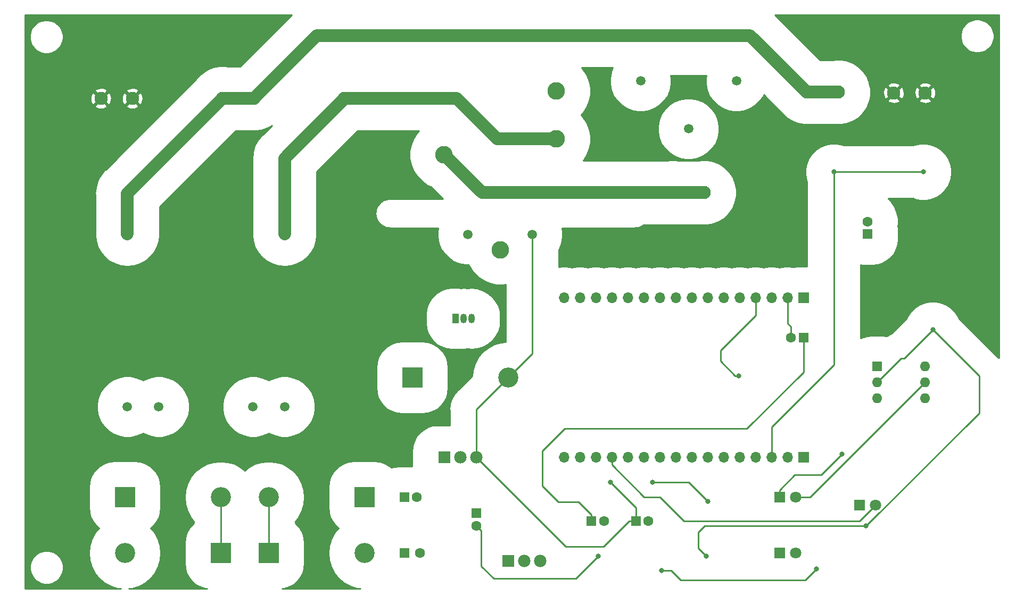
<source format=gbr>
G04 #@! TF.GenerationSoftware,KiCad,Pcbnew,(5.1.4)-1*
G04 #@! TF.CreationDate,2021-06-18T12:34:54+02:00*
G04 #@! TF.ProjectId,IOT SMART SWITCH,494f5420-534d-4415-9254-205357495443,1.0*
G04 #@! TF.SameCoordinates,Original*
G04 #@! TF.FileFunction,Copper,L2,Bot*
G04 #@! TF.FilePolarity,Positive*
%FSLAX46Y46*%
G04 Gerber Fmt 4.6, Leading zero omitted, Abs format (unit mm)*
G04 Created by KiCad (PCBNEW (5.1.4)-1) date 2021-06-18 12:34:54*
%MOMM*%
%LPD*%
G04 APERTURE LIST*
%ADD10O,1.700000X1.700000*%
%ADD11R,1.700000X1.700000*%
%ADD12R,1.600000X1.600000*%
%ADD13C,1.600000*%
%ADD14C,1.519000*%
%ADD15C,2.100000*%
%ADD16C,1.500000*%
%ADD17O,3.200000X3.200000*%
%ADD18R,3.200000X3.200000*%
%ADD19C,1.800000*%
%ADD20R,1.800000X1.800000*%
%ADD21C,2.800000*%
%ADD22O,1.050000X1.500000*%
%ADD23R,1.050000X1.500000*%
%ADD24O,1.600000X1.600000*%
%ADD25C,1.980000*%
%ADD26R,1.980000X1.980000*%
%ADD27C,0.800000*%
%ADD28C,0.250000*%
%ADD29C,2.000000*%
%ADD30C,0.254000*%
G04 APERTURE END LIST*
D10*
X152400000Y-77470000D03*
X154940000Y-77470000D03*
X157480000Y-77470000D03*
X160020000Y-77470000D03*
X162560000Y-77470000D03*
X165100000Y-77470000D03*
X167640000Y-77470000D03*
X170180000Y-77470000D03*
X172720000Y-77470000D03*
X175260000Y-77470000D03*
X177800000Y-77470000D03*
X180340000Y-77470000D03*
X182880000Y-77470000D03*
X185420000Y-77470000D03*
X187960000Y-77470000D03*
D11*
X190500000Y-77470000D03*
D12*
X163830000Y-113030000D03*
D13*
X165830000Y-113030000D03*
D14*
X164592000Y-42926000D03*
X179832000Y-42926000D03*
X172212000Y-50546000D03*
D15*
X169672000Y-60706000D03*
X174672000Y-60706000D03*
D16*
X107950000Y-67310000D03*
X82950000Y-67310000D03*
X82950000Y-94810000D03*
X87950000Y-94810000D03*
X102950000Y-94810000D03*
X107950000Y-94810000D03*
D12*
X127000000Y-118110000D03*
D13*
X129500000Y-118110000D03*
X200660000Y-65310000D03*
D12*
X200660000Y-67310000D03*
D13*
X129000000Y-109220000D03*
D12*
X127000000Y-109220000D03*
X138430000Y-111760000D03*
D13*
X138430000Y-113760000D03*
D12*
X190500000Y-83820000D03*
D13*
X188500000Y-83820000D03*
X158750000Y-113030000D03*
D12*
X156750000Y-113030000D03*
D17*
X143510000Y-90170000D03*
D18*
X128270000Y-90170000D03*
X120650000Y-109220000D03*
D17*
X105410000Y-109220000D03*
X120650000Y-118110000D03*
D18*
X105410000Y-118110000D03*
X82550000Y-109220000D03*
D17*
X97790000Y-109220000D03*
D18*
X97790000Y-118110000D03*
D17*
X82550000Y-118110000D03*
D19*
X201930000Y-110490000D03*
D20*
X199390000Y-110490000D03*
X186690000Y-109220000D03*
D19*
X189230000Y-109220000D03*
D20*
X186690000Y-118110000D03*
D19*
X189230000Y-118110000D03*
D11*
X190500000Y-102870000D03*
D10*
X187960000Y-102870000D03*
X185420000Y-102870000D03*
X182880000Y-102870000D03*
X180340000Y-102870000D03*
X177800000Y-102870000D03*
X175260000Y-102870000D03*
X172720000Y-102870000D03*
X170180000Y-102870000D03*
X167640000Y-102870000D03*
X165100000Y-102870000D03*
X162560000Y-102870000D03*
X160020000Y-102870000D03*
X157480000Y-102870000D03*
X154940000Y-102870000D03*
X152400000Y-102870000D03*
D21*
X142240000Y-69850000D03*
D16*
X147340000Y-67350000D03*
D21*
X151140000Y-52150000D03*
X151140000Y-44550000D03*
X133340000Y-54650000D03*
D16*
X137140000Y-67350000D03*
D22*
X136398000Y-80772000D03*
X137668000Y-80772000D03*
D23*
X135128000Y-80772000D03*
D24*
X209804000Y-88392000D03*
X202184000Y-93472000D03*
X209804000Y-90932000D03*
X202184000Y-90932000D03*
X209804000Y-93472000D03*
D12*
X202184000Y-88392000D03*
D25*
X138450000Y-102870000D03*
X135900000Y-102870000D03*
D26*
X133350000Y-102870000D03*
X143510000Y-119380000D03*
D25*
X146060000Y-119380000D03*
X148610000Y-119380000D03*
D15*
X122475000Y-45720000D03*
X117475000Y-45720000D03*
X78740000Y-45720000D03*
X83740000Y-45720000D03*
X98044000Y-45720000D03*
X103044000Y-45720000D03*
X196008000Y-44704000D03*
X191008000Y-44704000D03*
X209851000Y-44831000D03*
X204851000Y-44831000D03*
D27*
X211074000Y-82550000D03*
X157828410Y-118618000D03*
X175006000Y-118618000D03*
X200406000Y-113792000D03*
X167894000Y-120904000D03*
X192532000Y-120650000D03*
X166497000Y-106807000D03*
X175260000Y-109855000D03*
X159766000Y-106807000D03*
X196596000Y-102362000D03*
X180213000Y-89916000D03*
X209550000Y-57404000D03*
X195326000Y-57404000D03*
D28*
X187960000Y-77470000D02*
X187960000Y-81534000D01*
X188500000Y-82074000D02*
X188500000Y-83820000D01*
X187960000Y-81534000D02*
X188500000Y-82074000D01*
X205994000Y-87122000D02*
X202184000Y-90932000D01*
X211074000Y-82550000D02*
X206502000Y-87122000D01*
X206502000Y-87122000D02*
X205994000Y-87122000D01*
X139229999Y-114559999D02*
X139229999Y-120179999D01*
X138430000Y-113760000D02*
X139229999Y-114559999D01*
X139229999Y-120179999D02*
X141224000Y-122174000D01*
X141224000Y-122174000D02*
X148590000Y-122174000D01*
X154272410Y-122174000D02*
X157828410Y-118618000D01*
X148590000Y-122174000D02*
X154272410Y-122174000D01*
X157828410Y-118618000D02*
X157828410Y-118618000D01*
X218440000Y-89916000D02*
X211074000Y-82550000D01*
X175006000Y-118618000D02*
X173736000Y-117348000D01*
X173736000Y-114808000D02*
X174752000Y-113792000D01*
X174752000Y-113792000D02*
X200406000Y-113792000D01*
X200441002Y-113792000D02*
X218440000Y-95793002D01*
X173736000Y-117348000D02*
X173736000Y-114808000D01*
X218440000Y-95793002D02*
X218440000Y-89916000D01*
X200406000Y-113792000D02*
X200441002Y-113792000D01*
X167894000Y-120904000D02*
X169418000Y-120904000D01*
X169418000Y-120904000D02*
X170942000Y-122428000D01*
X170942000Y-122428000D02*
X190754000Y-122428000D01*
X190754000Y-122428000D02*
X192532000Y-120650000D01*
X192532000Y-120650000D02*
X192532000Y-120650000D01*
X190500000Y-89281000D02*
X190500000Y-83820000D01*
X181515001Y-98265999D02*
X190500000Y-89281000D01*
X152559001Y-98265999D02*
X181515001Y-98265999D01*
X156750000Y-111980000D02*
X154752000Y-109982000D01*
X156750000Y-113030000D02*
X156750000Y-111980000D01*
X154752000Y-109982000D02*
X151511000Y-109982000D01*
X151511000Y-109982000D02*
X148971000Y-107442000D01*
X148971000Y-107442000D02*
X148971000Y-101854000D01*
X148971000Y-101854000D02*
X152559001Y-98265999D01*
X147340000Y-86340000D02*
X143510000Y-90170000D01*
X147340000Y-67350000D02*
X147340000Y-86340000D01*
X138450000Y-102870000D02*
X152674000Y-117094000D01*
X162780000Y-113030000D02*
X163830000Y-113030000D01*
X158716000Y-117094000D02*
X162780000Y-113030000D01*
X152674000Y-117094000D02*
X158716000Y-117094000D01*
X191516000Y-109220000D02*
X209804000Y-90932000D01*
X189230000Y-109220000D02*
X191516000Y-109220000D01*
X138450000Y-95230000D02*
X143510000Y-90170000D01*
X138450000Y-102870000D02*
X138450000Y-95230000D01*
X163830000Y-110871000D02*
X159766000Y-106807000D01*
X163830000Y-113030000D02*
X163830000Y-110871000D01*
X172212000Y-106807000D02*
X175260000Y-109855000D01*
X166497000Y-106807000D02*
X172212000Y-106807000D01*
X105410000Y-111482741D02*
X105410000Y-118110000D01*
X105410000Y-109220000D02*
X105410000Y-111482741D01*
X97790000Y-116260000D02*
X97790000Y-109220000D01*
X97790000Y-118110000D02*
X97790000Y-116260000D01*
X160020000Y-104072081D02*
X165167919Y-109220000D01*
X160020000Y-102870000D02*
X160020000Y-104072081D01*
X165167919Y-109220000D02*
X167640000Y-109220000D01*
X167640000Y-109220000D02*
X171450000Y-113030000D01*
X199390000Y-113030000D02*
X201930000Y-110490000D01*
X171450000Y-113030000D02*
X199390000Y-113030000D01*
X186690000Y-108070000D02*
X189096000Y-105664000D01*
X186690000Y-109220000D02*
X186690000Y-108070000D01*
X189096000Y-105664000D02*
X193040000Y-105664000D01*
X193040000Y-105664000D02*
X193294000Y-105664000D01*
X193294000Y-105664000D02*
X196596000Y-102362000D01*
X196596000Y-102362000D02*
X196596000Y-102362000D01*
D29*
X107950000Y-55245000D02*
X117475000Y-45720000D01*
X107950000Y-67310000D02*
X107950000Y-55245000D01*
X141792002Y-52150000D02*
X135362002Y-45720000D01*
X151140000Y-52150000D02*
X141792002Y-52150000D01*
X135362002Y-45720000D02*
X117475000Y-45720000D01*
X82950000Y-60814000D02*
X98044000Y-45720000D01*
X82950000Y-67310000D02*
X82950000Y-60814000D01*
X98044000Y-45720000D02*
X101600000Y-45720000D01*
X101600000Y-45720000D02*
X103044000Y-45720000D01*
X103044000Y-45720000D02*
X113077000Y-35687000D01*
X181991000Y-35687000D02*
X191008000Y-44704000D01*
X113077000Y-35687000D02*
X181991000Y-35687000D01*
X191008000Y-44704000D02*
X196008000Y-44704000D01*
D28*
X179647315Y-89916000D02*
X177292000Y-87560685D01*
X180213000Y-89916000D02*
X179647315Y-89916000D01*
X182880000Y-77470000D02*
X182880000Y-80264000D01*
X177292000Y-85852000D02*
X177292000Y-87560685D01*
X182880000Y-80264000D02*
X177292000Y-85852000D01*
X209550000Y-57404000D02*
X209550000Y-57404000D01*
X209550000Y-57404000D02*
X209550000Y-57404000D01*
X195326000Y-57404000D02*
X209550000Y-57404000D01*
X185420000Y-102870000D02*
X185420000Y-98044000D01*
X195326000Y-88138000D02*
X195326000Y-57404000D01*
X185420000Y-98044000D02*
X195326000Y-88138000D01*
D29*
X139396000Y-60706000D02*
X133340000Y-54650000D01*
X169672000Y-60706000D02*
X139396000Y-60706000D01*
X169672000Y-60706000D02*
X174672000Y-60706000D01*
D30*
G36*
X100920328Y-40593000D02*
G01*
X98805257Y-40593000D01*
X98553890Y-40543000D01*
X97534110Y-40543000D01*
X96533925Y-40741949D01*
X95591771Y-41132202D01*
X94743855Y-41698762D01*
X94022762Y-42419855D01*
X93880375Y-42632952D01*
X79502766Y-57010562D01*
X79307123Y-57171122D01*
X78666430Y-57951809D01*
X78548064Y-58173257D01*
X78190352Y-58842489D01*
X77897184Y-59808933D01*
X77798193Y-60814000D01*
X77823000Y-61065868D01*
X77823000Y-67561868D01*
X77897184Y-68315067D01*
X78190351Y-69281510D01*
X78666429Y-70172190D01*
X79307122Y-70952878D01*
X80087809Y-71593571D01*
X80978489Y-72069649D01*
X81944932Y-72362816D01*
X82950000Y-72461807D01*
X83955067Y-72362816D01*
X84921510Y-72069649D01*
X85812190Y-71593571D01*
X86592878Y-70952878D01*
X87233571Y-70172191D01*
X87709649Y-69281511D01*
X88002816Y-68315068D01*
X88077000Y-67561869D01*
X88077000Y-62937672D01*
X100167673Y-50847000D01*
X102282743Y-50847000D01*
X102534110Y-50897000D01*
X103553890Y-50897000D01*
X104554075Y-50698051D01*
X105496229Y-50307798D01*
X105919050Y-50025278D01*
X104502766Y-51441562D01*
X104307123Y-51602122D01*
X103666430Y-52382809D01*
X103190352Y-53273489D01*
X102897184Y-54239933D01*
X102798193Y-55245000D01*
X102823001Y-55496878D01*
X102823000Y-67561868D01*
X102897184Y-68315067D01*
X103190351Y-69281510D01*
X103666429Y-70172190D01*
X104307122Y-70952878D01*
X105087809Y-71593571D01*
X105978489Y-72069649D01*
X106944932Y-72362816D01*
X107950000Y-72461807D01*
X108955067Y-72362816D01*
X109921510Y-72069649D01*
X110812190Y-71593571D01*
X111592878Y-70952878D01*
X112233571Y-70172191D01*
X112709649Y-69281511D01*
X113002816Y-68315068D01*
X113077000Y-67561869D01*
X113077000Y-57368672D01*
X119598673Y-50847000D01*
X121713743Y-50847000D01*
X121965110Y-50897000D01*
X122984890Y-50897000D01*
X123236257Y-50847000D01*
X129326642Y-50847000D01*
X129046899Y-51126743D01*
X128442036Y-52031984D01*
X128025399Y-53037834D01*
X127813000Y-54105638D01*
X127813000Y-55194362D01*
X128025399Y-56262166D01*
X128442036Y-57268016D01*
X129046899Y-58173257D01*
X129816743Y-58943101D01*
X130721984Y-59547964D01*
X131174893Y-59735565D01*
X133136327Y-61697000D01*
X124681581Y-61697000D01*
X124647963Y-61700311D01*
X124626544Y-61700311D01*
X124617379Y-61701274D01*
X124297169Y-61737191D01*
X124238675Y-61749624D01*
X124179975Y-61761247D01*
X124171178Y-61763971D01*
X124171174Y-61763972D01*
X124171171Y-61763973D01*
X124171172Y-61763973D01*
X123864037Y-61861403D01*
X123809100Y-61884949D01*
X123753751Y-61907762D01*
X123745645Y-61912145D01*
X123463282Y-62067375D01*
X123413926Y-62101170D01*
X123364099Y-62134275D01*
X123356999Y-62140149D01*
X123110166Y-62347267D01*
X123068322Y-62389997D01*
X123025868Y-62432155D01*
X123020044Y-62439296D01*
X122818140Y-62690414D01*
X122785404Y-62740439D01*
X122751933Y-62790061D01*
X122747607Y-62798198D01*
X122598325Y-63083750D01*
X122575929Y-63139182D01*
X122552735Y-63194358D01*
X122550072Y-63203180D01*
X122459097Y-63512288D01*
X122447899Y-63570994D01*
X122435859Y-63629643D01*
X122434960Y-63638815D01*
X122405756Y-63959708D01*
X122406174Y-64019525D01*
X122405756Y-64079343D01*
X122406656Y-64088515D01*
X122440337Y-64408968D01*
X122452360Y-64467542D01*
X122463574Y-64526326D01*
X122466238Y-64535148D01*
X122561520Y-64842956D01*
X122584694Y-64898082D01*
X122607109Y-64953564D01*
X122611436Y-64961700D01*
X122764691Y-65245140D01*
X122798158Y-65294756D01*
X122830896Y-65344786D01*
X122836720Y-65351927D01*
X123042110Y-65600201D01*
X123084546Y-65642341D01*
X123126409Y-65685091D01*
X123133510Y-65690964D01*
X123383211Y-65894616D01*
X123433020Y-65927708D01*
X123482392Y-65961515D01*
X123490499Y-65965898D01*
X123775001Y-66117171D01*
X123830307Y-66139966D01*
X123885290Y-66163532D01*
X123894093Y-66166257D01*
X124202558Y-66259388D01*
X124261261Y-66271011D01*
X124319750Y-66283444D01*
X124328914Y-66284407D01*
X124649596Y-66315850D01*
X124649598Y-66315850D01*
X124681581Y-66319000D01*
X132372532Y-66319000D01*
X132263000Y-66869657D01*
X132263000Y-67830343D01*
X132450420Y-68772569D01*
X132818058Y-69660126D01*
X133351787Y-70458906D01*
X134031094Y-71138213D01*
X134829874Y-71671942D01*
X135717431Y-72039580D01*
X136659657Y-72227000D01*
X137242204Y-72227000D01*
X137342036Y-72468016D01*
X137946899Y-73373257D01*
X138716743Y-74143101D01*
X139621984Y-74747964D01*
X140627834Y-75164601D01*
X141695638Y-75377000D01*
X142784362Y-75377000D01*
X143088000Y-75316603D01*
X143088001Y-84456853D01*
X142387312Y-84525865D01*
X141307768Y-84853341D01*
X140312854Y-85385134D01*
X139440806Y-86100806D01*
X138725134Y-86972854D01*
X138193341Y-87967768D01*
X137865865Y-89047312D01*
X137783534Y-89883230D01*
X135591082Y-92075683D01*
X135428836Y-92208835D01*
X135295684Y-92371081D01*
X135295681Y-92371084D01*
X134897485Y-92856286D01*
X134502658Y-93594957D01*
X134259524Y-94396462D01*
X134177428Y-95230000D01*
X134198001Y-95438881D01*
X134198001Y-97733032D01*
X132360000Y-97733032D01*
X131550967Y-97812715D01*
X130773024Y-98048701D01*
X130056068Y-98431922D01*
X129427651Y-98947651D01*
X128911922Y-99576068D01*
X128528701Y-100293024D01*
X128292715Y-101070967D01*
X128213032Y-101880000D01*
X128213032Y-103860000D01*
X128258157Y-104318157D01*
X127800000Y-104273032D01*
X126200000Y-104273032D01*
X125390967Y-104352715D01*
X124940671Y-104489311D01*
X124553932Y-104171922D01*
X123836976Y-103788701D01*
X123059033Y-103552715D01*
X122250000Y-103473032D01*
X119050000Y-103473032D01*
X118240967Y-103552715D01*
X117463024Y-103788701D01*
X116746068Y-104171922D01*
X116117651Y-104687651D01*
X115601922Y-105316068D01*
X115218701Y-106033024D01*
X114982715Y-106810967D01*
X114903032Y-107620000D01*
X114903032Y-110820000D01*
X114982715Y-111629033D01*
X115218701Y-112406976D01*
X115601922Y-113123932D01*
X116117651Y-113752349D01*
X116535864Y-114095568D01*
X115865134Y-114912854D01*
X115333341Y-115907768D01*
X115005865Y-116987312D01*
X114895290Y-118110000D01*
X115005865Y-119232688D01*
X115333341Y-120312232D01*
X115865134Y-121307146D01*
X116580806Y-122179194D01*
X117452854Y-122894866D01*
X118447768Y-123426659D01*
X119527312Y-123754135D01*
X119992987Y-123800000D01*
X107588404Y-123800000D01*
X107819033Y-123777285D01*
X108596976Y-123541299D01*
X109313932Y-123158078D01*
X109942349Y-122642349D01*
X110458078Y-122013932D01*
X110841299Y-121296976D01*
X111077285Y-120519033D01*
X111156968Y-119710000D01*
X111156968Y-116510000D01*
X111077285Y-115700967D01*
X110841299Y-114923024D01*
X110458078Y-114206068D01*
X109942349Y-113577651D01*
X109662000Y-113347574D01*
X109662000Y-113066444D01*
X110194866Y-112417146D01*
X110726659Y-111422232D01*
X111054135Y-110342688D01*
X111164710Y-109220000D01*
X111054135Y-108097312D01*
X110726659Y-107017768D01*
X110194866Y-106022854D01*
X109479194Y-105150806D01*
X108607146Y-104435134D01*
X107612232Y-103903341D01*
X106532688Y-103575865D01*
X105691345Y-103493000D01*
X105128655Y-103493000D01*
X104287312Y-103575865D01*
X103207768Y-103903341D01*
X102212854Y-104435134D01*
X101600000Y-104938091D01*
X100987146Y-104435134D01*
X99992232Y-103903341D01*
X98912688Y-103575865D01*
X98071345Y-103493000D01*
X97508655Y-103493000D01*
X96667312Y-103575865D01*
X95587768Y-103903341D01*
X94592854Y-104435134D01*
X93720806Y-105150806D01*
X93005134Y-106022854D01*
X92473341Y-107017768D01*
X92145865Y-108097312D01*
X92035290Y-109220000D01*
X92145865Y-110342688D01*
X92473341Y-111422232D01*
X93005134Y-112417146D01*
X93538000Y-113066444D01*
X93538000Y-113347574D01*
X93257651Y-113577651D01*
X92741922Y-114206068D01*
X92358701Y-114923024D01*
X92122715Y-115700967D01*
X92043032Y-116510000D01*
X92043032Y-119710000D01*
X92122715Y-120519033D01*
X92358701Y-121296976D01*
X92741922Y-122013932D01*
X93257651Y-122642349D01*
X93886068Y-123158078D01*
X94603024Y-123541299D01*
X95380967Y-123777285D01*
X95611596Y-123800000D01*
X83207013Y-123800000D01*
X83672688Y-123754135D01*
X84752232Y-123426659D01*
X85747146Y-122894866D01*
X86619194Y-122179194D01*
X87334866Y-121307146D01*
X87866659Y-120312232D01*
X88194135Y-119232688D01*
X88304710Y-118110000D01*
X88194135Y-116987312D01*
X87866659Y-115907768D01*
X87334866Y-114912854D01*
X86664136Y-114095568D01*
X87082349Y-113752349D01*
X87598078Y-113123932D01*
X87981299Y-112406976D01*
X88217285Y-111629033D01*
X88296968Y-110820000D01*
X88296968Y-107620000D01*
X88217285Y-106810967D01*
X87981299Y-106033024D01*
X87598078Y-105316068D01*
X87082349Y-104687651D01*
X86453932Y-104171922D01*
X85736976Y-103788701D01*
X84959033Y-103552715D01*
X84150000Y-103473032D01*
X80950000Y-103473032D01*
X80140967Y-103552715D01*
X79363024Y-103788701D01*
X78646068Y-104171922D01*
X78017651Y-104687651D01*
X77501922Y-105316068D01*
X77118701Y-106033024D01*
X76882715Y-106810967D01*
X76803032Y-107620000D01*
X76803032Y-110820000D01*
X76882715Y-111629033D01*
X77118701Y-112406976D01*
X77501922Y-113123932D01*
X78017651Y-113752349D01*
X78435864Y-114095568D01*
X77765134Y-114912854D01*
X77233341Y-115907768D01*
X76905865Y-116987312D01*
X76795290Y-118110000D01*
X76905865Y-119232688D01*
X77233341Y-120312232D01*
X77765134Y-121307146D01*
X78480806Y-122179194D01*
X79352854Y-122894866D01*
X80347768Y-123426659D01*
X81427312Y-123754135D01*
X81892987Y-123800000D01*
X66700000Y-123800000D01*
X66700000Y-120133314D01*
X67436905Y-120133314D01*
X67436905Y-120658686D01*
X67539400Y-121173963D01*
X67740451Y-121659343D01*
X68032332Y-122096174D01*
X68403826Y-122467668D01*
X68840657Y-122759549D01*
X69326037Y-122960600D01*
X69841314Y-123063095D01*
X70366686Y-123063095D01*
X70881963Y-122960600D01*
X71367343Y-122759549D01*
X71804174Y-122467668D01*
X72175668Y-122096174D01*
X72467549Y-121659343D01*
X72668600Y-121173963D01*
X72771095Y-120658686D01*
X72771095Y-120133314D01*
X72668600Y-119618037D01*
X72467549Y-119132657D01*
X72175668Y-118695826D01*
X71804174Y-118324332D01*
X71367343Y-118032451D01*
X70881963Y-117831400D01*
X70366686Y-117728905D01*
X69841314Y-117728905D01*
X69326037Y-117831400D01*
X68840657Y-118032451D01*
X68403826Y-118324332D01*
X68032332Y-118695826D01*
X67740451Y-119132657D01*
X67539400Y-119618037D01*
X67436905Y-120133314D01*
X66700000Y-120133314D01*
X66700000Y-94329657D01*
X78073000Y-94329657D01*
X78073000Y-95290343D01*
X78260420Y-96232569D01*
X78628058Y-97120126D01*
X79161787Y-97918906D01*
X79841094Y-98598213D01*
X80639874Y-99131942D01*
X81527431Y-99499580D01*
X82469657Y-99687000D01*
X83430343Y-99687000D01*
X84372569Y-99499580D01*
X85260126Y-99131942D01*
X85450000Y-99005072D01*
X85639874Y-99131942D01*
X86527431Y-99499580D01*
X87469657Y-99687000D01*
X88430343Y-99687000D01*
X89372569Y-99499580D01*
X90260126Y-99131942D01*
X91058906Y-98598213D01*
X91738213Y-97918906D01*
X92271942Y-97120126D01*
X92639580Y-96232569D01*
X92827000Y-95290343D01*
X92827000Y-94329657D01*
X98073000Y-94329657D01*
X98073000Y-95290343D01*
X98260420Y-96232569D01*
X98628058Y-97120126D01*
X99161787Y-97918906D01*
X99841094Y-98598213D01*
X100639874Y-99131942D01*
X101527431Y-99499580D01*
X102469657Y-99687000D01*
X103430343Y-99687000D01*
X104372569Y-99499580D01*
X105260126Y-99131942D01*
X105450000Y-99005072D01*
X105639874Y-99131942D01*
X106527431Y-99499580D01*
X107469657Y-99687000D01*
X108430343Y-99687000D01*
X109372569Y-99499580D01*
X110260126Y-99131942D01*
X111058906Y-98598213D01*
X111738213Y-97918906D01*
X112271942Y-97120126D01*
X112639580Y-96232569D01*
X112827000Y-95290343D01*
X112827000Y-94329657D01*
X112639580Y-93387431D01*
X112271942Y-92499874D01*
X111738213Y-91701094D01*
X111058906Y-91021787D01*
X110260126Y-90488058D01*
X109372569Y-90120420D01*
X108430343Y-89933000D01*
X107469657Y-89933000D01*
X106527431Y-90120420D01*
X105639874Y-90488058D01*
X105450000Y-90614928D01*
X105260126Y-90488058D01*
X104372569Y-90120420D01*
X103430343Y-89933000D01*
X102469657Y-89933000D01*
X101527431Y-90120420D01*
X100639874Y-90488058D01*
X99841094Y-91021787D01*
X99161787Y-91701094D01*
X98628058Y-92499874D01*
X98260420Y-93387431D01*
X98073000Y-94329657D01*
X92827000Y-94329657D01*
X92639580Y-93387431D01*
X92271942Y-92499874D01*
X91738213Y-91701094D01*
X91058906Y-91021787D01*
X90260126Y-90488058D01*
X89372569Y-90120420D01*
X88430343Y-89933000D01*
X87469657Y-89933000D01*
X86527431Y-90120420D01*
X85639874Y-90488058D01*
X85450000Y-90614928D01*
X85260126Y-90488058D01*
X84372569Y-90120420D01*
X83430343Y-89933000D01*
X82469657Y-89933000D01*
X81527431Y-90120420D01*
X80639874Y-90488058D01*
X79841094Y-91021787D01*
X79161787Y-91701094D01*
X78628058Y-92499874D01*
X78260420Y-93387431D01*
X78073000Y-94329657D01*
X66700000Y-94329657D01*
X66700000Y-88570000D01*
X122523032Y-88570000D01*
X122523032Y-91770000D01*
X122602715Y-92579033D01*
X122838701Y-93356976D01*
X123221922Y-94073932D01*
X123737651Y-94702349D01*
X124366068Y-95218078D01*
X125083024Y-95601299D01*
X125860967Y-95837285D01*
X126670000Y-95916968D01*
X129870000Y-95916968D01*
X130679033Y-95837285D01*
X131456976Y-95601299D01*
X132173932Y-95218078D01*
X132802349Y-94702349D01*
X133318078Y-94073932D01*
X133701299Y-93356976D01*
X133937285Y-92579033D01*
X134016968Y-91770000D01*
X134016968Y-88570000D01*
X133937285Y-87760967D01*
X133701299Y-86983024D01*
X133318078Y-86266068D01*
X132802349Y-85637651D01*
X132173932Y-85121922D01*
X131456976Y-84738701D01*
X130679033Y-84502715D01*
X129870000Y-84423032D01*
X126670000Y-84423032D01*
X125860967Y-84502715D01*
X125083024Y-84738701D01*
X124366068Y-85121922D01*
X123737651Y-85637651D01*
X123221922Y-86266068D01*
X122838701Y-86983024D01*
X122602715Y-87760967D01*
X122523032Y-88570000D01*
X66700000Y-88570000D01*
X66700000Y-80022000D01*
X130456032Y-80022000D01*
X130456032Y-81522000D01*
X130535715Y-82331033D01*
X130771701Y-83108976D01*
X131154922Y-83825932D01*
X131670651Y-84454349D01*
X132299068Y-84970078D01*
X133016024Y-85353299D01*
X133793967Y-85589285D01*
X134603000Y-85668968D01*
X135653000Y-85668968D01*
X136012599Y-85633550D01*
X136398000Y-85671509D01*
X137033000Y-85608967D01*
X137668000Y-85671509D01*
X138579951Y-85581690D01*
X139456857Y-85315683D01*
X140265018Y-84883712D01*
X140973377Y-84302377D01*
X141554712Y-83594017D01*
X141986683Y-82785856D01*
X142252690Y-81908950D01*
X142320000Y-81225538D01*
X142320000Y-80318461D01*
X142252690Y-79635049D01*
X141986683Y-78758143D01*
X141554712Y-77949982D01*
X140973377Y-77241623D01*
X140265017Y-76660288D01*
X139456856Y-76228317D01*
X138579950Y-75962310D01*
X137668000Y-75872491D01*
X137033000Y-75935033D01*
X136398000Y-75872491D01*
X136012599Y-75910450D01*
X135653000Y-75875032D01*
X134603000Y-75875032D01*
X133793967Y-75954715D01*
X133016024Y-76190701D01*
X132299068Y-76573922D01*
X131670651Y-77089651D01*
X131154922Y-77718068D01*
X130771701Y-78435024D01*
X130535715Y-79212967D01*
X130456032Y-80022000D01*
X66700000Y-80022000D01*
X66700000Y-46891066D01*
X77748539Y-46891066D01*
X77850339Y-47160579D01*
X78148477Y-47306463D01*
X78469346Y-47391380D01*
X78800617Y-47412066D01*
X79129557Y-47367728D01*
X79443527Y-47260069D01*
X79629661Y-47160579D01*
X79731461Y-46891066D01*
X82748539Y-46891066D01*
X82850339Y-47160579D01*
X83148477Y-47306463D01*
X83469346Y-47391380D01*
X83800617Y-47412066D01*
X84129557Y-47367728D01*
X84443527Y-47260069D01*
X84629661Y-47160579D01*
X84731461Y-46891066D01*
X83740000Y-45899605D01*
X82748539Y-46891066D01*
X79731461Y-46891066D01*
X78740000Y-45899605D01*
X77748539Y-46891066D01*
X66700000Y-46891066D01*
X66700000Y-45780617D01*
X77047934Y-45780617D01*
X77092272Y-46109557D01*
X77199931Y-46423527D01*
X77299421Y-46609661D01*
X77568934Y-46711461D01*
X78560395Y-45720000D01*
X78919605Y-45720000D01*
X79911066Y-46711461D01*
X80180579Y-46609661D01*
X80326463Y-46311523D01*
X80411380Y-45990654D01*
X80424495Y-45780617D01*
X82047934Y-45780617D01*
X82092272Y-46109557D01*
X82199931Y-46423527D01*
X82299421Y-46609661D01*
X82568934Y-46711461D01*
X83560395Y-45720000D01*
X83919605Y-45720000D01*
X84911066Y-46711461D01*
X85180579Y-46609661D01*
X85326463Y-46311523D01*
X85411380Y-45990654D01*
X85432066Y-45659383D01*
X85387728Y-45330443D01*
X85280069Y-45016473D01*
X85180579Y-44830339D01*
X84911066Y-44728539D01*
X83919605Y-45720000D01*
X83560395Y-45720000D01*
X82568934Y-44728539D01*
X82299421Y-44830339D01*
X82153537Y-45128477D01*
X82068620Y-45449346D01*
X82047934Y-45780617D01*
X80424495Y-45780617D01*
X80432066Y-45659383D01*
X80387728Y-45330443D01*
X80280069Y-45016473D01*
X80180579Y-44830339D01*
X79911066Y-44728539D01*
X78919605Y-45720000D01*
X78560395Y-45720000D01*
X77568934Y-44728539D01*
X77299421Y-44830339D01*
X77153537Y-45128477D01*
X77068620Y-45449346D01*
X77047934Y-45780617D01*
X66700000Y-45780617D01*
X66700000Y-44548934D01*
X77748539Y-44548934D01*
X78740000Y-45540395D01*
X79731461Y-44548934D01*
X82748539Y-44548934D01*
X83740000Y-45540395D01*
X84731461Y-44548934D01*
X84629661Y-44279421D01*
X84331523Y-44133537D01*
X84010654Y-44048620D01*
X83679383Y-44027934D01*
X83350443Y-44072272D01*
X83036473Y-44179931D01*
X82850339Y-44279421D01*
X82748539Y-44548934D01*
X79731461Y-44548934D01*
X79629661Y-44279421D01*
X79331523Y-44133537D01*
X79010654Y-44048620D01*
X78679383Y-44027934D01*
X78350443Y-44072272D01*
X78036473Y-44179931D01*
X77850339Y-44279421D01*
X77748539Y-44548934D01*
X66700000Y-44548934D01*
X66700000Y-35646314D01*
X67404905Y-35646314D01*
X67404905Y-36171686D01*
X67507400Y-36686963D01*
X67708451Y-37172343D01*
X68000332Y-37609174D01*
X68371826Y-37980668D01*
X68808657Y-38272549D01*
X69294037Y-38473600D01*
X69809314Y-38576095D01*
X70334686Y-38576095D01*
X70849963Y-38473600D01*
X71335343Y-38272549D01*
X71772174Y-37980668D01*
X72143668Y-37609174D01*
X72435549Y-37172343D01*
X72636600Y-36686963D01*
X72739095Y-36171686D01*
X72739095Y-35646314D01*
X72636600Y-35131037D01*
X72435549Y-34645657D01*
X72143668Y-34208826D01*
X71772174Y-33837332D01*
X71335343Y-33545451D01*
X70849963Y-33344400D01*
X70334686Y-33241905D01*
X69809314Y-33241905D01*
X69294037Y-33344400D01*
X68808657Y-33545451D01*
X68371826Y-33837332D01*
X68000332Y-34208826D01*
X67708451Y-34645657D01*
X67507400Y-35131037D01*
X67404905Y-35646314D01*
X66700000Y-35646314D01*
X66700000Y-32410000D01*
X109103328Y-32410000D01*
X100920328Y-40593000D01*
X100920328Y-40593000D01*
G37*
X100920328Y-40593000D02*
X98805257Y-40593000D01*
X98553890Y-40543000D01*
X97534110Y-40543000D01*
X96533925Y-40741949D01*
X95591771Y-41132202D01*
X94743855Y-41698762D01*
X94022762Y-42419855D01*
X93880375Y-42632952D01*
X79502766Y-57010562D01*
X79307123Y-57171122D01*
X78666430Y-57951809D01*
X78548064Y-58173257D01*
X78190352Y-58842489D01*
X77897184Y-59808933D01*
X77798193Y-60814000D01*
X77823000Y-61065868D01*
X77823000Y-67561868D01*
X77897184Y-68315067D01*
X78190351Y-69281510D01*
X78666429Y-70172190D01*
X79307122Y-70952878D01*
X80087809Y-71593571D01*
X80978489Y-72069649D01*
X81944932Y-72362816D01*
X82950000Y-72461807D01*
X83955067Y-72362816D01*
X84921510Y-72069649D01*
X85812190Y-71593571D01*
X86592878Y-70952878D01*
X87233571Y-70172191D01*
X87709649Y-69281511D01*
X88002816Y-68315068D01*
X88077000Y-67561869D01*
X88077000Y-62937672D01*
X100167673Y-50847000D01*
X102282743Y-50847000D01*
X102534110Y-50897000D01*
X103553890Y-50897000D01*
X104554075Y-50698051D01*
X105496229Y-50307798D01*
X105919050Y-50025278D01*
X104502766Y-51441562D01*
X104307123Y-51602122D01*
X103666430Y-52382809D01*
X103190352Y-53273489D01*
X102897184Y-54239933D01*
X102798193Y-55245000D01*
X102823001Y-55496878D01*
X102823000Y-67561868D01*
X102897184Y-68315067D01*
X103190351Y-69281510D01*
X103666429Y-70172190D01*
X104307122Y-70952878D01*
X105087809Y-71593571D01*
X105978489Y-72069649D01*
X106944932Y-72362816D01*
X107950000Y-72461807D01*
X108955067Y-72362816D01*
X109921510Y-72069649D01*
X110812190Y-71593571D01*
X111592878Y-70952878D01*
X112233571Y-70172191D01*
X112709649Y-69281511D01*
X113002816Y-68315068D01*
X113077000Y-67561869D01*
X113077000Y-57368672D01*
X119598673Y-50847000D01*
X121713743Y-50847000D01*
X121965110Y-50897000D01*
X122984890Y-50897000D01*
X123236257Y-50847000D01*
X129326642Y-50847000D01*
X129046899Y-51126743D01*
X128442036Y-52031984D01*
X128025399Y-53037834D01*
X127813000Y-54105638D01*
X127813000Y-55194362D01*
X128025399Y-56262166D01*
X128442036Y-57268016D01*
X129046899Y-58173257D01*
X129816743Y-58943101D01*
X130721984Y-59547964D01*
X131174893Y-59735565D01*
X133136327Y-61697000D01*
X124681581Y-61697000D01*
X124647963Y-61700311D01*
X124626544Y-61700311D01*
X124617379Y-61701274D01*
X124297169Y-61737191D01*
X124238675Y-61749624D01*
X124179975Y-61761247D01*
X124171178Y-61763971D01*
X124171174Y-61763972D01*
X124171171Y-61763973D01*
X124171172Y-61763973D01*
X123864037Y-61861403D01*
X123809100Y-61884949D01*
X123753751Y-61907762D01*
X123745645Y-61912145D01*
X123463282Y-62067375D01*
X123413926Y-62101170D01*
X123364099Y-62134275D01*
X123356999Y-62140149D01*
X123110166Y-62347267D01*
X123068322Y-62389997D01*
X123025868Y-62432155D01*
X123020044Y-62439296D01*
X122818140Y-62690414D01*
X122785404Y-62740439D01*
X122751933Y-62790061D01*
X122747607Y-62798198D01*
X122598325Y-63083750D01*
X122575929Y-63139182D01*
X122552735Y-63194358D01*
X122550072Y-63203180D01*
X122459097Y-63512288D01*
X122447899Y-63570994D01*
X122435859Y-63629643D01*
X122434960Y-63638815D01*
X122405756Y-63959708D01*
X122406174Y-64019525D01*
X122405756Y-64079343D01*
X122406656Y-64088515D01*
X122440337Y-64408968D01*
X122452360Y-64467542D01*
X122463574Y-64526326D01*
X122466238Y-64535148D01*
X122561520Y-64842956D01*
X122584694Y-64898082D01*
X122607109Y-64953564D01*
X122611436Y-64961700D01*
X122764691Y-65245140D01*
X122798158Y-65294756D01*
X122830896Y-65344786D01*
X122836720Y-65351927D01*
X123042110Y-65600201D01*
X123084546Y-65642341D01*
X123126409Y-65685091D01*
X123133510Y-65690964D01*
X123383211Y-65894616D01*
X123433020Y-65927708D01*
X123482392Y-65961515D01*
X123490499Y-65965898D01*
X123775001Y-66117171D01*
X123830307Y-66139966D01*
X123885290Y-66163532D01*
X123894093Y-66166257D01*
X124202558Y-66259388D01*
X124261261Y-66271011D01*
X124319750Y-66283444D01*
X124328914Y-66284407D01*
X124649596Y-66315850D01*
X124649598Y-66315850D01*
X124681581Y-66319000D01*
X132372532Y-66319000D01*
X132263000Y-66869657D01*
X132263000Y-67830343D01*
X132450420Y-68772569D01*
X132818058Y-69660126D01*
X133351787Y-70458906D01*
X134031094Y-71138213D01*
X134829874Y-71671942D01*
X135717431Y-72039580D01*
X136659657Y-72227000D01*
X137242204Y-72227000D01*
X137342036Y-72468016D01*
X137946899Y-73373257D01*
X138716743Y-74143101D01*
X139621984Y-74747964D01*
X140627834Y-75164601D01*
X141695638Y-75377000D01*
X142784362Y-75377000D01*
X143088000Y-75316603D01*
X143088001Y-84456853D01*
X142387312Y-84525865D01*
X141307768Y-84853341D01*
X140312854Y-85385134D01*
X139440806Y-86100806D01*
X138725134Y-86972854D01*
X138193341Y-87967768D01*
X137865865Y-89047312D01*
X137783534Y-89883230D01*
X135591082Y-92075683D01*
X135428836Y-92208835D01*
X135295684Y-92371081D01*
X135295681Y-92371084D01*
X134897485Y-92856286D01*
X134502658Y-93594957D01*
X134259524Y-94396462D01*
X134177428Y-95230000D01*
X134198001Y-95438881D01*
X134198001Y-97733032D01*
X132360000Y-97733032D01*
X131550967Y-97812715D01*
X130773024Y-98048701D01*
X130056068Y-98431922D01*
X129427651Y-98947651D01*
X128911922Y-99576068D01*
X128528701Y-100293024D01*
X128292715Y-101070967D01*
X128213032Y-101880000D01*
X128213032Y-103860000D01*
X128258157Y-104318157D01*
X127800000Y-104273032D01*
X126200000Y-104273032D01*
X125390967Y-104352715D01*
X124940671Y-104489311D01*
X124553932Y-104171922D01*
X123836976Y-103788701D01*
X123059033Y-103552715D01*
X122250000Y-103473032D01*
X119050000Y-103473032D01*
X118240967Y-103552715D01*
X117463024Y-103788701D01*
X116746068Y-104171922D01*
X116117651Y-104687651D01*
X115601922Y-105316068D01*
X115218701Y-106033024D01*
X114982715Y-106810967D01*
X114903032Y-107620000D01*
X114903032Y-110820000D01*
X114982715Y-111629033D01*
X115218701Y-112406976D01*
X115601922Y-113123932D01*
X116117651Y-113752349D01*
X116535864Y-114095568D01*
X115865134Y-114912854D01*
X115333341Y-115907768D01*
X115005865Y-116987312D01*
X114895290Y-118110000D01*
X115005865Y-119232688D01*
X115333341Y-120312232D01*
X115865134Y-121307146D01*
X116580806Y-122179194D01*
X117452854Y-122894866D01*
X118447768Y-123426659D01*
X119527312Y-123754135D01*
X119992987Y-123800000D01*
X107588404Y-123800000D01*
X107819033Y-123777285D01*
X108596976Y-123541299D01*
X109313932Y-123158078D01*
X109942349Y-122642349D01*
X110458078Y-122013932D01*
X110841299Y-121296976D01*
X111077285Y-120519033D01*
X111156968Y-119710000D01*
X111156968Y-116510000D01*
X111077285Y-115700967D01*
X110841299Y-114923024D01*
X110458078Y-114206068D01*
X109942349Y-113577651D01*
X109662000Y-113347574D01*
X109662000Y-113066444D01*
X110194866Y-112417146D01*
X110726659Y-111422232D01*
X111054135Y-110342688D01*
X111164710Y-109220000D01*
X111054135Y-108097312D01*
X110726659Y-107017768D01*
X110194866Y-106022854D01*
X109479194Y-105150806D01*
X108607146Y-104435134D01*
X107612232Y-103903341D01*
X106532688Y-103575865D01*
X105691345Y-103493000D01*
X105128655Y-103493000D01*
X104287312Y-103575865D01*
X103207768Y-103903341D01*
X102212854Y-104435134D01*
X101600000Y-104938091D01*
X100987146Y-104435134D01*
X99992232Y-103903341D01*
X98912688Y-103575865D01*
X98071345Y-103493000D01*
X97508655Y-103493000D01*
X96667312Y-103575865D01*
X95587768Y-103903341D01*
X94592854Y-104435134D01*
X93720806Y-105150806D01*
X93005134Y-106022854D01*
X92473341Y-107017768D01*
X92145865Y-108097312D01*
X92035290Y-109220000D01*
X92145865Y-110342688D01*
X92473341Y-111422232D01*
X93005134Y-112417146D01*
X93538000Y-113066444D01*
X93538000Y-113347574D01*
X93257651Y-113577651D01*
X92741922Y-114206068D01*
X92358701Y-114923024D01*
X92122715Y-115700967D01*
X92043032Y-116510000D01*
X92043032Y-119710000D01*
X92122715Y-120519033D01*
X92358701Y-121296976D01*
X92741922Y-122013932D01*
X93257651Y-122642349D01*
X93886068Y-123158078D01*
X94603024Y-123541299D01*
X95380967Y-123777285D01*
X95611596Y-123800000D01*
X83207013Y-123800000D01*
X83672688Y-123754135D01*
X84752232Y-123426659D01*
X85747146Y-122894866D01*
X86619194Y-122179194D01*
X87334866Y-121307146D01*
X87866659Y-120312232D01*
X88194135Y-119232688D01*
X88304710Y-118110000D01*
X88194135Y-116987312D01*
X87866659Y-115907768D01*
X87334866Y-114912854D01*
X86664136Y-114095568D01*
X87082349Y-113752349D01*
X87598078Y-113123932D01*
X87981299Y-112406976D01*
X88217285Y-111629033D01*
X88296968Y-110820000D01*
X88296968Y-107620000D01*
X88217285Y-106810967D01*
X87981299Y-106033024D01*
X87598078Y-105316068D01*
X87082349Y-104687651D01*
X86453932Y-104171922D01*
X85736976Y-103788701D01*
X84959033Y-103552715D01*
X84150000Y-103473032D01*
X80950000Y-103473032D01*
X80140967Y-103552715D01*
X79363024Y-103788701D01*
X78646068Y-104171922D01*
X78017651Y-104687651D01*
X77501922Y-105316068D01*
X77118701Y-106033024D01*
X76882715Y-106810967D01*
X76803032Y-107620000D01*
X76803032Y-110820000D01*
X76882715Y-111629033D01*
X77118701Y-112406976D01*
X77501922Y-113123932D01*
X78017651Y-113752349D01*
X78435864Y-114095568D01*
X77765134Y-114912854D01*
X77233341Y-115907768D01*
X76905865Y-116987312D01*
X76795290Y-118110000D01*
X76905865Y-119232688D01*
X77233341Y-120312232D01*
X77765134Y-121307146D01*
X78480806Y-122179194D01*
X79352854Y-122894866D01*
X80347768Y-123426659D01*
X81427312Y-123754135D01*
X81892987Y-123800000D01*
X66700000Y-123800000D01*
X66700000Y-120133314D01*
X67436905Y-120133314D01*
X67436905Y-120658686D01*
X67539400Y-121173963D01*
X67740451Y-121659343D01*
X68032332Y-122096174D01*
X68403826Y-122467668D01*
X68840657Y-122759549D01*
X69326037Y-122960600D01*
X69841314Y-123063095D01*
X70366686Y-123063095D01*
X70881963Y-122960600D01*
X71367343Y-122759549D01*
X71804174Y-122467668D01*
X72175668Y-122096174D01*
X72467549Y-121659343D01*
X72668600Y-121173963D01*
X72771095Y-120658686D01*
X72771095Y-120133314D01*
X72668600Y-119618037D01*
X72467549Y-119132657D01*
X72175668Y-118695826D01*
X71804174Y-118324332D01*
X71367343Y-118032451D01*
X70881963Y-117831400D01*
X70366686Y-117728905D01*
X69841314Y-117728905D01*
X69326037Y-117831400D01*
X68840657Y-118032451D01*
X68403826Y-118324332D01*
X68032332Y-118695826D01*
X67740451Y-119132657D01*
X67539400Y-119618037D01*
X67436905Y-120133314D01*
X66700000Y-120133314D01*
X66700000Y-94329657D01*
X78073000Y-94329657D01*
X78073000Y-95290343D01*
X78260420Y-96232569D01*
X78628058Y-97120126D01*
X79161787Y-97918906D01*
X79841094Y-98598213D01*
X80639874Y-99131942D01*
X81527431Y-99499580D01*
X82469657Y-99687000D01*
X83430343Y-99687000D01*
X84372569Y-99499580D01*
X85260126Y-99131942D01*
X85450000Y-99005072D01*
X85639874Y-99131942D01*
X86527431Y-99499580D01*
X87469657Y-99687000D01*
X88430343Y-99687000D01*
X89372569Y-99499580D01*
X90260126Y-99131942D01*
X91058906Y-98598213D01*
X91738213Y-97918906D01*
X92271942Y-97120126D01*
X92639580Y-96232569D01*
X92827000Y-95290343D01*
X92827000Y-94329657D01*
X98073000Y-94329657D01*
X98073000Y-95290343D01*
X98260420Y-96232569D01*
X98628058Y-97120126D01*
X99161787Y-97918906D01*
X99841094Y-98598213D01*
X100639874Y-99131942D01*
X101527431Y-99499580D01*
X102469657Y-99687000D01*
X103430343Y-99687000D01*
X104372569Y-99499580D01*
X105260126Y-99131942D01*
X105450000Y-99005072D01*
X105639874Y-99131942D01*
X106527431Y-99499580D01*
X107469657Y-99687000D01*
X108430343Y-99687000D01*
X109372569Y-99499580D01*
X110260126Y-99131942D01*
X111058906Y-98598213D01*
X111738213Y-97918906D01*
X112271942Y-97120126D01*
X112639580Y-96232569D01*
X112827000Y-95290343D01*
X112827000Y-94329657D01*
X112639580Y-93387431D01*
X112271942Y-92499874D01*
X111738213Y-91701094D01*
X111058906Y-91021787D01*
X110260126Y-90488058D01*
X109372569Y-90120420D01*
X108430343Y-89933000D01*
X107469657Y-89933000D01*
X106527431Y-90120420D01*
X105639874Y-90488058D01*
X105450000Y-90614928D01*
X105260126Y-90488058D01*
X104372569Y-90120420D01*
X103430343Y-89933000D01*
X102469657Y-89933000D01*
X101527431Y-90120420D01*
X100639874Y-90488058D01*
X99841094Y-91021787D01*
X99161787Y-91701094D01*
X98628058Y-92499874D01*
X98260420Y-93387431D01*
X98073000Y-94329657D01*
X92827000Y-94329657D01*
X92639580Y-93387431D01*
X92271942Y-92499874D01*
X91738213Y-91701094D01*
X91058906Y-91021787D01*
X90260126Y-90488058D01*
X89372569Y-90120420D01*
X88430343Y-89933000D01*
X87469657Y-89933000D01*
X86527431Y-90120420D01*
X85639874Y-90488058D01*
X85450000Y-90614928D01*
X85260126Y-90488058D01*
X84372569Y-90120420D01*
X83430343Y-89933000D01*
X82469657Y-89933000D01*
X81527431Y-90120420D01*
X80639874Y-90488058D01*
X79841094Y-91021787D01*
X79161787Y-91701094D01*
X78628058Y-92499874D01*
X78260420Y-93387431D01*
X78073000Y-94329657D01*
X66700000Y-94329657D01*
X66700000Y-88570000D01*
X122523032Y-88570000D01*
X122523032Y-91770000D01*
X122602715Y-92579033D01*
X122838701Y-93356976D01*
X123221922Y-94073932D01*
X123737651Y-94702349D01*
X124366068Y-95218078D01*
X125083024Y-95601299D01*
X125860967Y-95837285D01*
X126670000Y-95916968D01*
X129870000Y-95916968D01*
X130679033Y-95837285D01*
X131456976Y-95601299D01*
X132173932Y-95218078D01*
X132802349Y-94702349D01*
X133318078Y-94073932D01*
X133701299Y-93356976D01*
X133937285Y-92579033D01*
X134016968Y-91770000D01*
X134016968Y-88570000D01*
X133937285Y-87760967D01*
X133701299Y-86983024D01*
X133318078Y-86266068D01*
X132802349Y-85637651D01*
X132173932Y-85121922D01*
X131456976Y-84738701D01*
X130679033Y-84502715D01*
X129870000Y-84423032D01*
X126670000Y-84423032D01*
X125860967Y-84502715D01*
X125083024Y-84738701D01*
X124366068Y-85121922D01*
X123737651Y-85637651D01*
X123221922Y-86266068D01*
X122838701Y-86983024D01*
X122602715Y-87760967D01*
X122523032Y-88570000D01*
X66700000Y-88570000D01*
X66700000Y-80022000D01*
X130456032Y-80022000D01*
X130456032Y-81522000D01*
X130535715Y-82331033D01*
X130771701Y-83108976D01*
X131154922Y-83825932D01*
X131670651Y-84454349D01*
X132299068Y-84970078D01*
X133016024Y-85353299D01*
X133793967Y-85589285D01*
X134603000Y-85668968D01*
X135653000Y-85668968D01*
X136012599Y-85633550D01*
X136398000Y-85671509D01*
X137033000Y-85608967D01*
X137668000Y-85671509D01*
X138579951Y-85581690D01*
X139456857Y-85315683D01*
X140265018Y-84883712D01*
X140973377Y-84302377D01*
X141554712Y-83594017D01*
X141986683Y-82785856D01*
X142252690Y-81908950D01*
X142320000Y-81225538D01*
X142320000Y-80318461D01*
X142252690Y-79635049D01*
X141986683Y-78758143D01*
X141554712Y-77949982D01*
X140973377Y-77241623D01*
X140265017Y-76660288D01*
X139456856Y-76228317D01*
X138579950Y-75962310D01*
X137668000Y-75872491D01*
X137033000Y-75935033D01*
X136398000Y-75872491D01*
X136012599Y-75910450D01*
X135653000Y-75875032D01*
X134603000Y-75875032D01*
X133793967Y-75954715D01*
X133016024Y-76190701D01*
X132299068Y-76573922D01*
X131670651Y-77089651D01*
X131154922Y-77718068D01*
X130771701Y-78435024D01*
X130535715Y-79212967D01*
X130456032Y-80022000D01*
X66700000Y-80022000D01*
X66700000Y-46891066D01*
X77748539Y-46891066D01*
X77850339Y-47160579D01*
X78148477Y-47306463D01*
X78469346Y-47391380D01*
X78800617Y-47412066D01*
X79129557Y-47367728D01*
X79443527Y-47260069D01*
X79629661Y-47160579D01*
X79731461Y-46891066D01*
X82748539Y-46891066D01*
X82850339Y-47160579D01*
X83148477Y-47306463D01*
X83469346Y-47391380D01*
X83800617Y-47412066D01*
X84129557Y-47367728D01*
X84443527Y-47260069D01*
X84629661Y-47160579D01*
X84731461Y-46891066D01*
X83740000Y-45899605D01*
X82748539Y-46891066D01*
X79731461Y-46891066D01*
X78740000Y-45899605D01*
X77748539Y-46891066D01*
X66700000Y-46891066D01*
X66700000Y-45780617D01*
X77047934Y-45780617D01*
X77092272Y-46109557D01*
X77199931Y-46423527D01*
X77299421Y-46609661D01*
X77568934Y-46711461D01*
X78560395Y-45720000D01*
X78919605Y-45720000D01*
X79911066Y-46711461D01*
X80180579Y-46609661D01*
X80326463Y-46311523D01*
X80411380Y-45990654D01*
X80424495Y-45780617D01*
X82047934Y-45780617D01*
X82092272Y-46109557D01*
X82199931Y-46423527D01*
X82299421Y-46609661D01*
X82568934Y-46711461D01*
X83560395Y-45720000D01*
X83919605Y-45720000D01*
X84911066Y-46711461D01*
X85180579Y-46609661D01*
X85326463Y-46311523D01*
X85411380Y-45990654D01*
X85432066Y-45659383D01*
X85387728Y-45330443D01*
X85280069Y-45016473D01*
X85180579Y-44830339D01*
X84911066Y-44728539D01*
X83919605Y-45720000D01*
X83560395Y-45720000D01*
X82568934Y-44728539D01*
X82299421Y-44830339D01*
X82153537Y-45128477D01*
X82068620Y-45449346D01*
X82047934Y-45780617D01*
X80424495Y-45780617D01*
X80432066Y-45659383D01*
X80387728Y-45330443D01*
X80280069Y-45016473D01*
X80180579Y-44830339D01*
X79911066Y-44728539D01*
X78919605Y-45720000D01*
X78560395Y-45720000D01*
X77568934Y-44728539D01*
X77299421Y-44830339D01*
X77153537Y-45128477D01*
X77068620Y-45449346D01*
X77047934Y-45780617D01*
X66700000Y-45780617D01*
X66700000Y-44548934D01*
X77748539Y-44548934D01*
X78740000Y-45540395D01*
X79731461Y-44548934D01*
X82748539Y-44548934D01*
X83740000Y-45540395D01*
X84731461Y-44548934D01*
X84629661Y-44279421D01*
X84331523Y-44133537D01*
X84010654Y-44048620D01*
X83679383Y-44027934D01*
X83350443Y-44072272D01*
X83036473Y-44179931D01*
X82850339Y-44279421D01*
X82748539Y-44548934D01*
X79731461Y-44548934D01*
X79629661Y-44279421D01*
X79331523Y-44133537D01*
X79010654Y-44048620D01*
X78679383Y-44027934D01*
X78350443Y-44072272D01*
X78036473Y-44179931D01*
X77850339Y-44279421D01*
X77748539Y-44548934D01*
X66700000Y-44548934D01*
X66700000Y-35646314D01*
X67404905Y-35646314D01*
X67404905Y-36171686D01*
X67507400Y-36686963D01*
X67708451Y-37172343D01*
X68000332Y-37609174D01*
X68371826Y-37980668D01*
X68808657Y-38272549D01*
X69294037Y-38473600D01*
X69809314Y-38576095D01*
X70334686Y-38576095D01*
X70849963Y-38473600D01*
X71335343Y-38272549D01*
X71772174Y-37980668D01*
X72143668Y-37609174D01*
X72435549Y-37172343D01*
X72636600Y-36686963D01*
X72739095Y-36171686D01*
X72739095Y-35646314D01*
X72636600Y-35131037D01*
X72435549Y-34645657D01*
X72143668Y-34208826D01*
X71772174Y-33837332D01*
X71335343Y-33545451D01*
X70849963Y-33344400D01*
X70334686Y-33241905D01*
X69809314Y-33241905D01*
X69294037Y-33344400D01*
X68808657Y-33545451D01*
X68371826Y-33837332D01*
X68000332Y-34208826D01*
X67708451Y-34645657D01*
X67507400Y-35131037D01*
X67404905Y-35646314D01*
X66700000Y-35646314D01*
X66700000Y-32410000D01*
X109103328Y-32410000D01*
X100920328Y-40593000D01*
G36*
X221590000Y-34322418D02*
G01*
X221590001Y-34322428D01*
X221590000Y-36797581D01*
X221590000Y-36797582D01*
X221590001Y-39337572D01*
X221590000Y-39337582D01*
X221590001Y-87051821D01*
X221461165Y-86894835D01*
X221298919Y-86761683D01*
X215186806Y-80649571D01*
X215085775Y-80405661D01*
X214590350Y-79664206D01*
X213959794Y-79033650D01*
X213218339Y-78538225D01*
X212394477Y-78196970D01*
X211519871Y-78023000D01*
X210628129Y-78023000D01*
X209753523Y-78196970D01*
X208929661Y-78538225D01*
X208188206Y-79033650D01*
X207557650Y-79664206D01*
X207062225Y-80405661D01*
X206961195Y-80649570D01*
X204469702Y-83141063D01*
X204377464Y-83169043D01*
X204358957Y-83174657D01*
X203717890Y-83517314D01*
X202984000Y-83445032D01*
X201384000Y-83445032D01*
X200574967Y-83524715D01*
X199797024Y-83760701D01*
X199578000Y-83877772D01*
X199578000Y-72229193D01*
X199860000Y-72256968D01*
X201460000Y-72256968D01*
X202269033Y-72177285D01*
X203046976Y-71941299D01*
X203763932Y-71558078D01*
X204392349Y-71042349D01*
X204908078Y-70413932D01*
X205291299Y-69696976D01*
X205527285Y-68919033D01*
X205606968Y-68110000D01*
X205606968Y-66510000D01*
X205553273Y-65964825D01*
X205587000Y-65795267D01*
X205587000Y-64824733D01*
X205397658Y-63872847D01*
X205026251Y-62976190D01*
X204487051Y-62169220D01*
X203973831Y-61656000D01*
X207985615Y-61656000D01*
X208229523Y-61757030D01*
X209104129Y-61931000D01*
X209995871Y-61931000D01*
X210870477Y-61757030D01*
X211694339Y-61415775D01*
X212435794Y-60920350D01*
X213066350Y-60289794D01*
X213561775Y-59548339D01*
X213903030Y-58724477D01*
X214077000Y-57849871D01*
X214077000Y-56958129D01*
X213903030Y-56083523D01*
X213561775Y-55259661D01*
X213066350Y-54518206D01*
X212435794Y-53887650D01*
X211694339Y-53392225D01*
X210870477Y-53050970D01*
X209995871Y-52877000D01*
X209104129Y-52877000D01*
X208229523Y-53050970D01*
X207985615Y-53152000D01*
X196890385Y-53152000D01*
X196646477Y-53050970D01*
X195771871Y-52877000D01*
X194880129Y-52877000D01*
X194005523Y-53050970D01*
X193181661Y-53392225D01*
X192440206Y-53887650D01*
X191809650Y-54518206D01*
X191314225Y-55259661D01*
X190972970Y-56083523D01*
X190799000Y-56958129D01*
X190799000Y-57849871D01*
X190972970Y-58724477D01*
X191074001Y-58968387D01*
X191074001Y-72473032D01*
X189650000Y-72473032D01*
X188840967Y-72552715D01*
X188833573Y-72554958D01*
X188204500Y-72493000D01*
X187715500Y-72493000D01*
X186984337Y-72565013D01*
X186690000Y-72654299D01*
X186395663Y-72565013D01*
X185664500Y-72493000D01*
X185175500Y-72493000D01*
X184444337Y-72565013D01*
X184150000Y-72654299D01*
X183855663Y-72565013D01*
X183124500Y-72493000D01*
X182635500Y-72493000D01*
X181904337Y-72565013D01*
X181610000Y-72654299D01*
X181315663Y-72565013D01*
X180584500Y-72493000D01*
X180095500Y-72493000D01*
X179364337Y-72565013D01*
X179070000Y-72654299D01*
X178775663Y-72565013D01*
X178044500Y-72493000D01*
X177555500Y-72493000D01*
X176824337Y-72565013D01*
X176530000Y-72654299D01*
X176235663Y-72565013D01*
X175504500Y-72493000D01*
X175015500Y-72493000D01*
X174284337Y-72565013D01*
X173990000Y-72654299D01*
X173695663Y-72565013D01*
X172964500Y-72493000D01*
X172475500Y-72493000D01*
X171744337Y-72565013D01*
X171450000Y-72654299D01*
X171155663Y-72565013D01*
X170424500Y-72493000D01*
X169935500Y-72493000D01*
X169204337Y-72565013D01*
X168910000Y-72654299D01*
X168615663Y-72565013D01*
X167884500Y-72493000D01*
X167395500Y-72493000D01*
X166664337Y-72565013D01*
X166370000Y-72654299D01*
X166075663Y-72565013D01*
X165344500Y-72493000D01*
X164855500Y-72493000D01*
X164124337Y-72565013D01*
X163830000Y-72654299D01*
X163535663Y-72565013D01*
X162804500Y-72493000D01*
X162315500Y-72493000D01*
X161584337Y-72565013D01*
X161290000Y-72654299D01*
X160995663Y-72565013D01*
X160264500Y-72493000D01*
X159775500Y-72493000D01*
X159044337Y-72565013D01*
X158750000Y-72654299D01*
X158455663Y-72565013D01*
X157724500Y-72493000D01*
X157235500Y-72493000D01*
X156504337Y-72565013D01*
X156210000Y-72654299D01*
X155915663Y-72565013D01*
X155184500Y-72493000D01*
X154695500Y-72493000D01*
X153964337Y-72565013D01*
X153670000Y-72654299D01*
X153375663Y-72565013D01*
X152644500Y-72493000D01*
X152155500Y-72493000D01*
X151592000Y-72548500D01*
X151592000Y-69764801D01*
X151661942Y-69660126D01*
X152029580Y-68772569D01*
X152217000Y-67830343D01*
X152217000Y-66869657D01*
X152107468Y-66319000D01*
X163735419Y-66319000D01*
X163769037Y-66315689D01*
X163790456Y-66315689D01*
X163799621Y-66314726D01*
X164119831Y-66278809D01*
X164178332Y-66266374D01*
X164237024Y-66254753D01*
X164245819Y-66252030D01*
X164245826Y-66252028D01*
X164245832Y-66252025D01*
X164552963Y-66154597D01*
X164607900Y-66131051D01*
X164663249Y-66108238D01*
X164671355Y-66103855D01*
X164953718Y-65948625D01*
X165003074Y-65914830D01*
X165052901Y-65881725D01*
X165060001Y-65875851D01*
X165111069Y-65833000D01*
X168910743Y-65833000D01*
X169162110Y-65883000D01*
X170181890Y-65883000D01*
X170433257Y-65833000D01*
X173910743Y-65833000D01*
X174162110Y-65883000D01*
X175181890Y-65883000D01*
X176182075Y-65684051D01*
X177124229Y-65293798D01*
X177972145Y-64727238D01*
X178693238Y-64006145D01*
X179259798Y-63158229D01*
X179650051Y-62216075D01*
X179849000Y-61215890D01*
X179849000Y-60196110D01*
X179650051Y-59195925D01*
X179259798Y-58253771D01*
X178693238Y-57405855D01*
X177972145Y-56684762D01*
X177124229Y-56118202D01*
X176182075Y-55727949D01*
X175181890Y-55529000D01*
X174162110Y-55529000D01*
X173910743Y-55579000D01*
X170433257Y-55579000D01*
X170181890Y-55529000D01*
X169162110Y-55529000D01*
X168910743Y-55579000D01*
X155496082Y-55579000D01*
X156037964Y-54768016D01*
X156454601Y-53762166D01*
X156667000Y-52694362D01*
X156667000Y-51605638D01*
X156454601Y-50537834D01*
X156258632Y-50064722D01*
X167325500Y-50064722D01*
X167325500Y-51027278D01*
X167513285Y-51971340D01*
X167881640Y-52860626D01*
X168416407Y-53660962D01*
X169097038Y-54341593D01*
X169897374Y-54876360D01*
X170786660Y-55244715D01*
X171730722Y-55432500D01*
X172693278Y-55432500D01*
X173637340Y-55244715D01*
X174526626Y-54876360D01*
X175326962Y-54341593D01*
X176007593Y-53660962D01*
X176542360Y-52860626D01*
X176910715Y-51971340D01*
X177098500Y-51027278D01*
X177098500Y-50064722D01*
X176910715Y-49120660D01*
X176542360Y-48231374D01*
X176007593Y-47431038D01*
X175326962Y-46750407D01*
X174526626Y-46215640D01*
X173637340Y-45847285D01*
X172693278Y-45659500D01*
X171730722Y-45659500D01*
X170786660Y-45847285D01*
X169897374Y-46215640D01*
X169097038Y-46750407D01*
X168416407Y-47431038D01*
X167881640Y-48231374D01*
X167513285Y-49120660D01*
X167325500Y-50064722D01*
X156258632Y-50064722D01*
X156037964Y-49531984D01*
X155433101Y-48626743D01*
X155156358Y-48350000D01*
X155433101Y-48073257D01*
X156037964Y-47168016D01*
X156454601Y-46162166D01*
X156667000Y-45094362D01*
X156667000Y-44005638D01*
X156454601Y-42937834D01*
X156037964Y-41931984D01*
X155433101Y-41026743D01*
X155220358Y-40814000D01*
X160177709Y-40814000D01*
X159893285Y-41500660D01*
X159705500Y-42444722D01*
X159705500Y-43407278D01*
X159893285Y-44351340D01*
X160261640Y-45240626D01*
X160796407Y-46040962D01*
X161477038Y-46721593D01*
X162277374Y-47256360D01*
X163166660Y-47624715D01*
X164110722Y-47812500D01*
X165073278Y-47812500D01*
X166017340Y-47624715D01*
X166906626Y-47256360D01*
X167706962Y-46721593D01*
X168387593Y-46040962D01*
X168922360Y-45240626D01*
X169290715Y-44351340D01*
X169478500Y-43407278D01*
X169478500Y-42444722D01*
X169402372Y-42062000D01*
X175021628Y-42062000D01*
X174945500Y-42444722D01*
X174945500Y-43407278D01*
X175133285Y-44351340D01*
X175501640Y-45240626D01*
X176036407Y-46040962D01*
X176717038Y-46721593D01*
X177517374Y-47256360D01*
X178406660Y-47624715D01*
X179350722Y-47812500D01*
X180313278Y-47812500D01*
X181257340Y-47624715D01*
X182146626Y-47256360D01*
X182946962Y-46721593D01*
X183627593Y-46040962D01*
X184162360Y-45240626D01*
X184200903Y-45147575D01*
X186844373Y-47791045D01*
X186986762Y-48004145D01*
X187707855Y-48725238D01*
X188555771Y-49291798D01*
X189497925Y-49682051D01*
X190498110Y-49881000D01*
X191517890Y-49881000D01*
X191769257Y-49831000D01*
X195246743Y-49831000D01*
X195498110Y-49881000D01*
X196517890Y-49881000D01*
X197518075Y-49682051D01*
X198460229Y-49291798D01*
X199308145Y-48725238D01*
X200029238Y-48004145D01*
X200595798Y-47156229D01*
X200986051Y-46214075D01*
X201028222Y-46002066D01*
X203859539Y-46002066D01*
X203961339Y-46271579D01*
X204259477Y-46417463D01*
X204580346Y-46502380D01*
X204911617Y-46523066D01*
X205240557Y-46478728D01*
X205554527Y-46371069D01*
X205740661Y-46271579D01*
X205842461Y-46002066D01*
X208859539Y-46002066D01*
X208961339Y-46271579D01*
X209259477Y-46417463D01*
X209580346Y-46502380D01*
X209911617Y-46523066D01*
X210240557Y-46478728D01*
X210554527Y-46371069D01*
X210740661Y-46271579D01*
X210842461Y-46002066D01*
X209851000Y-45010605D01*
X208859539Y-46002066D01*
X205842461Y-46002066D01*
X204851000Y-45010605D01*
X203859539Y-46002066D01*
X201028222Y-46002066D01*
X201185000Y-45213890D01*
X201185000Y-44891617D01*
X203158934Y-44891617D01*
X203203272Y-45220557D01*
X203310931Y-45534527D01*
X203410421Y-45720661D01*
X203679934Y-45822461D01*
X204671395Y-44831000D01*
X205030605Y-44831000D01*
X206022066Y-45822461D01*
X206291579Y-45720661D01*
X206437463Y-45422523D01*
X206522380Y-45101654D01*
X206535495Y-44891617D01*
X208158934Y-44891617D01*
X208203272Y-45220557D01*
X208310931Y-45534527D01*
X208410421Y-45720661D01*
X208679934Y-45822461D01*
X209671395Y-44831000D01*
X210030605Y-44831000D01*
X211022066Y-45822461D01*
X211291579Y-45720661D01*
X211437463Y-45422523D01*
X211522380Y-45101654D01*
X211543066Y-44770383D01*
X211498728Y-44441443D01*
X211391069Y-44127473D01*
X211291579Y-43941339D01*
X211022066Y-43839539D01*
X210030605Y-44831000D01*
X209671395Y-44831000D01*
X208679934Y-43839539D01*
X208410421Y-43941339D01*
X208264537Y-44239477D01*
X208179620Y-44560346D01*
X208158934Y-44891617D01*
X206535495Y-44891617D01*
X206543066Y-44770383D01*
X206498728Y-44441443D01*
X206391069Y-44127473D01*
X206291579Y-43941339D01*
X206022066Y-43839539D01*
X205030605Y-44831000D01*
X204671395Y-44831000D01*
X203679934Y-43839539D01*
X203410421Y-43941339D01*
X203264537Y-44239477D01*
X203179620Y-44560346D01*
X203158934Y-44891617D01*
X201185000Y-44891617D01*
X201185000Y-44194110D01*
X201078746Y-43659934D01*
X203859539Y-43659934D01*
X204851000Y-44651395D01*
X205842461Y-43659934D01*
X208859539Y-43659934D01*
X209851000Y-44651395D01*
X210842461Y-43659934D01*
X210740661Y-43390421D01*
X210442523Y-43244537D01*
X210121654Y-43159620D01*
X209790383Y-43138934D01*
X209461443Y-43183272D01*
X209147473Y-43290931D01*
X208961339Y-43390421D01*
X208859539Y-43659934D01*
X205842461Y-43659934D01*
X205740661Y-43390421D01*
X205442523Y-43244537D01*
X205121654Y-43159620D01*
X204790383Y-43138934D01*
X204461443Y-43183272D01*
X204147473Y-43290931D01*
X203961339Y-43390421D01*
X203859539Y-43659934D01*
X201078746Y-43659934D01*
X200986051Y-43193925D01*
X200595798Y-42251771D01*
X200029238Y-41403855D01*
X199308145Y-40682762D01*
X198460229Y-40116202D01*
X197518075Y-39725949D01*
X196517890Y-39527000D01*
X195498110Y-39527000D01*
X195246743Y-39577000D01*
X193131672Y-39577000D01*
X189073986Y-35519314D01*
X215486905Y-35519314D01*
X215486905Y-36044686D01*
X215589400Y-36559963D01*
X215790451Y-37045343D01*
X216082332Y-37482174D01*
X216453826Y-37853668D01*
X216890657Y-38145549D01*
X217376037Y-38346600D01*
X217891314Y-38449095D01*
X218416686Y-38449095D01*
X218931963Y-38346600D01*
X219417343Y-38145549D01*
X219854174Y-37853668D01*
X220225668Y-37482174D01*
X220517549Y-37045343D01*
X220718600Y-36559963D01*
X220821095Y-36044686D01*
X220821095Y-35519314D01*
X220718600Y-35004037D01*
X220517549Y-34518657D01*
X220225668Y-34081826D01*
X219854174Y-33710332D01*
X219417343Y-33418451D01*
X218931963Y-33217400D01*
X218416686Y-33114905D01*
X217891314Y-33114905D01*
X217376037Y-33217400D01*
X216890657Y-33418451D01*
X216453826Y-33710332D01*
X216082332Y-34081826D01*
X215790451Y-34518657D01*
X215589400Y-35004037D01*
X215486905Y-35519314D01*
X189073986Y-35519314D01*
X185964672Y-32410000D01*
X221590001Y-32410000D01*
X221590000Y-34322418D01*
X221590000Y-34322418D01*
G37*
X221590000Y-34322418D02*
X221590001Y-34322428D01*
X221590000Y-36797581D01*
X221590000Y-36797582D01*
X221590001Y-39337572D01*
X221590000Y-39337582D01*
X221590001Y-87051821D01*
X221461165Y-86894835D01*
X221298919Y-86761683D01*
X215186806Y-80649571D01*
X215085775Y-80405661D01*
X214590350Y-79664206D01*
X213959794Y-79033650D01*
X213218339Y-78538225D01*
X212394477Y-78196970D01*
X211519871Y-78023000D01*
X210628129Y-78023000D01*
X209753523Y-78196970D01*
X208929661Y-78538225D01*
X208188206Y-79033650D01*
X207557650Y-79664206D01*
X207062225Y-80405661D01*
X206961195Y-80649570D01*
X204469702Y-83141063D01*
X204377464Y-83169043D01*
X204358957Y-83174657D01*
X203717890Y-83517314D01*
X202984000Y-83445032D01*
X201384000Y-83445032D01*
X200574967Y-83524715D01*
X199797024Y-83760701D01*
X199578000Y-83877772D01*
X199578000Y-72229193D01*
X199860000Y-72256968D01*
X201460000Y-72256968D01*
X202269033Y-72177285D01*
X203046976Y-71941299D01*
X203763932Y-71558078D01*
X204392349Y-71042349D01*
X204908078Y-70413932D01*
X205291299Y-69696976D01*
X205527285Y-68919033D01*
X205606968Y-68110000D01*
X205606968Y-66510000D01*
X205553273Y-65964825D01*
X205587000Y-65795267D01*
X205587000Y-64824733D01*
X205397658Y-63872847D01*
X205026251Y-62976190D01*
X204487051Y-62169220D01*
X203973831Y-61656000D01*
X207985615Y-61656000D01*
X208229523Y-61757030D01*
X209104129Y-61931000D01*
X209995871Y-61931000D01*
X210870477Y-61757030D01*
X211694339Y-61415775D01*
X212435794Y-60920350D01*
X213066350Y-60289794D01*
X213561775Y-59548339D01*
X213903030Y-58724477D01*
X214077000Y-57849871D01*
X214077000Y-56958129D01*
X213903030Y-56083523D01*
X213561775Y-55259661D01*
X213066350Y-54518206D01*
X212435794Y-53887650D01*
X211694339Y-53392225D01*
X210870477Y-53050970D01*
X209995871Y-52877000D01*
X209104129Y-52877000D01*
X208229523Y-53050970D01*
X207985615Y-53152000D01*
X196890385Y-53152000D01*
X196646477Y-53050970D01*
X195771871Y-52877000D01*
X194880129Y-52877000D01*
X194005523Y-53050970D01*
X193181661Y-53392225D01*
X192440206Y-53887650D01*
X191809650Y-54518206D01*
X191314225Y-55259661D01*
X190972970Y-56083523D01*
X190799000Y-56958129D01*
X190799000Y-57849871D01*
X190972970Y-58724477D01*
X191074001Y-58968387D01*
X191074001Y-72473032D01*
X189650000Y-72473032D01*
X188840967Y-72552715D01*
X188833573Y-72554958D01*
X188204500Y-72493000D01*
X187715500Y-72493000D01*
X186984337Y-72565013D01*
X186690000Y-72654299D01*
X186395663Y-72565013D01*
X185664500Y-72493000D01*
X185175500Y-72493000D01*
X184444337Y-72565013D01*
X184150000Y-72654299D01*
X183855663Y-72565013D01*
X183124500Y-72493000D01*
X182635500Y-72493000D01*
X181904337Y-72565013D01*
X181610000Y-72654299D01*
X181315663Y-72565013D01*
X180584500Y-72493000D01*
X180095500Y-72493000D01*
X179364337Y-72565013D01*
X179070000Y-72654299D01*
X178775663Y-72565013D01*
X178044500Y-72493000D01*
X177555500Y-72493000D01*
X176824337Y-72565013D01*
X176530000Y-72654299D01*
X176235663Y-72565013D01*
X175504500Y-72493000D01*
X175015500Y-72493000D01*
X174284337Y-72565013D01*
X173990000Y-72654299D01*
X173695663Y-72565013D01*
X172964500Y-72493000D01*
X172475500Y-72493000D01*
X171744337Y-72565013D01*
X171450000Y-72654299D01*
X171155663Y-72565013D01*
X170424500Y-72493000D01*
X169935500Y-72493000D01*
X169204337Y-72565013D01*
X168910000Y-72654299D01*
X168615663Y-72565013D01*
X167884500Y-72493000D01*
X167395500Y-72493000D01*
X166664337Y-72565013D01*
X166370000Y-72654299D01*
X166075663Y-72565013D01*
X165344500Y-72493000D01*
X164855500Y-72493000D01*
X164124337Y-72565013D01*
X163830000Y-72654299D01*
X163535663Y-72565013D01*
X162804500Y-72493000D01*
X162315500Y-72493000D01*
X161584337Y-72565013D01*
X161290000Y-72654299D01*
X160995663Y-72565013D01*
X160264500Y-72493000D01*
X159775500Y-72493000D01*
X159044337Y-72565013D01*
X158750000Y-72654299D01*
X158455663Y-72565013D01*
X157724500Y-72493000D01*
X157235500Y-72493000D01*
X156504337Y-72565013D01*
X156210000Y-72654299D01*
X155915663Y-72565013D01*
X155184500Y-72493000D01*
X154695500Y-72493000D01*
X153964337Y-72565013D01*
X153670000Y-72654299D01*
X153375663Y-72565013D01*
X152644500Y-72493000D01*
X152155500Y-72493000D01*
X151592000Y-72548500D01*
X151592000Y-69764801D01*
X151661942Y-69660126D01*
X152029580Y-68772569D01*
X152217000Y-67830343D01*
X152217000Y-66869657D01*
X152107468Y-66319000D01*
X163735419Y-66319000D01*
X163769037Y-66315689D01*
X163790456Y-66315689D01*
X163799621Y-66314726D01*
X164119831Y-66278809D01*
X164178332Y-66266374D01*
X164237024Y-66254753D01*
X164245819Y-66252030D01*
X164245826Y-66252028D01*
X164245832Y-66252025D01*
X164552963Y-66154597D01*
X164607900Y-66131051D01*
X164663249Y-66108238D01*
X164671355Y-66103855D01*
X164953718Y-65948625D01*
X165003074Y-65914830D01*
X165052901Y-65881725D01*
X165060001Y-65875851D01*
X165111069Y-65833000D01*
X168910743Y-65833000D01*
X169162110Y-65883000D01*
X170181890Y-65883000D01*
X170433257Y-65833000D01*
X173910743Y-65833000D01*
X174162110Y-65883000D01*
X175181890Y-65883000D01*
X176182075Y-65684051D01*
X177124229Y-65293798D01*
X177972145Y-64727238D01*
X178693238Y-64006145D01*
X179259798Y-63158229D01*
X179650051Y-62216075D01*
X179849000Y-61215890D01*
X179849000Y-60196110D01*
X179650051Y-59195925D01*
X179259798Y-58253771D01*
X178693238Y-57405855D01*
X177972145Y-56684762D01*
X177124229Y-56118202D01*
X176182075Y-55727949D01*
X175181890Y-55529000D01*
X174162110Y-55529000D01*
X173910743Y-55579000D01*
X170433257Y-55579000D01*
X170181890Y-55529000D01*
X169162110Y-55529000D01*
X168910743Y-55579000D01*
X155496082Y-55579000D01*
X156037964Y-54768016D01*
X156454601Y-53762166D01*
X156667000Y-52694362D01*
X156667000Y-51605638D01*
X156454601Y-50537834D01*
X156258632Y-50064722D01*
X167325500Y-50064722D01*
X167325500Y-51027278D01*
X167513285Y-51971340D01*
X167881640Y-52860626D01*
X168416407Y-53660962D01*
X169097038Y-54341593D01*
X169897374Y-54876360D01*
X170786660Y-55244715D01*
X171730722Y-55432500D01*
X172693278Y-55432500D01*
X173637340Y-55244715D01*
X174526626Y-54876360D01*
X175326962Y-54341593D01*
X176007593Y-53660962D01*
X176542360Y-52860626D01*
X176910715Y-51971340D01*
X177098500Y-51027278D01*
X177098500Y-50064722D01*
X176910715Y-49120660D01*
X176542360Y-48231374D01*
X176007593Y-47431038D01*
X175326962Y-46750407D01*
X174526626Y-46215640D01*
X173637340Y-45847285D01*
X172693278Y-45659500D01*
X171730722Y-45659500D01*
X170786660Y-45847285D01*
X169897374Y-46215640D01*
X169097038Y-46750407D01*
X168416407Y-47431038D01*
X167881640Y-48231374D01*
X167513285Y-49120660D01*
X167325500Y-50064722D01*
X156258632Y-50064722D01*
X156037964Y-49531984D01*
X155433101Y-48626743D01*
X155156358Y-48350000D01*
X155433101Y-48073257D01*
X156037964Y-47168016D01*
X156454601Y-46162166D01*
X156667000Y-45094362D01*
X156667000Y-44005638D01*
X156454601Y-42937834D01*
X156037964Y-41931984D01*
X155433101Y-41026743D01*
X155220358Y-40814000D01*
X160177709Y-40814000D01*
X159893285Y-41500660D01*
X159705500Y-42444722D01*
X159705500Y-43407278D01*
X159893285Y-44351340D01*
X160261640Y-45240626D01*
X160796407Y-46040962D01*
X161477038Y-46721593D01*
X162277374Y-47256360D01*
X163166660Y-47624715D01*
X164110722Y-47812500D01*
X165073278Y-47812500D01*
X166017340Y-47624715D01*
X166906626Y-47256360D01*
X167706962Y-46721593D01*
X168387593Y-46040962D01*
X168922360Y-45240626D01*
X169290715Y-44351340D01*
X169478500Y-43407278D01*
X169478500Y-42444722D01*
X169402372Y-42062000D01*
X175021628Y-42062000D01*
X174945500Y-42444722D01*
X174945500Y-43407278D01*
X175133285Y-44351340D01*
X175501640Y-45240626D01*
X176036407Y-46040962D01*
X176717038Y-46721593D01*
X177517374Y-47256360D01*
X178406660Y-47624715D01*
X179350722Y-47812500D01*
X180313278Y-47812500D01*
X181257340Y-47624715D01*
X182146626Y-47256360D01*
X182946962Y-46721593D01*
X183627593Y-46040962D01*
X184162360Y-45240626D01*
X184200903Y-45147575D01*
X186844373Y-47791045D01*
X186986762Y-48004145D01*
X187707855Y-48725238D01*
X188555771Y-49291798D01*
X189497925Y-49682051D01*
X190498110Y-49881000D01*
X191517890Y-49881000D01*
X191769257Y-49831000D01*
X195246743Y-49831000D01*
X195498110Y-49881000D01*
X196517890Y-49881000D01*
X197518075Y-49682051D01*
X198460229Y-49291798D01*
X199308145Y-48725238D01*
X200029238Y-48004145D01*
X200595798Y-47156229D01*
X200986051Y-46214075D01*
X201028222Y-46002066D01*
X203859539Y-46002066D01*
X203961339Y-46271579D01*
X204259477Y-46417463D01*
X204580346Y-46502380D01*
X204911617Y-46523066D01*
X205240557Y-46478728D01*
X205554527Y-46371069D01*
X205740661Y-46271579D01*
X205842461Y-46002066D01*
X208859539Y-46002066D01*
X208961339Y-46271579D01*
X209259477Y-46417463D01*
X209580346Y-46502380D01*
X209911617Y-46523066D01*
X210240557Y-46478728D01*
X210554527Y-46371069D01*
X210740661Y-46271579D01*
X210842461Y-46002066D01*
X209851000Y-45010605D01*
X208859539Y-46002066D01*
X205842461Y-46002066D01*
X204851000Y-45010605D01*
X203859539Y-46002066D01*
X201028222Y-46002066D01*
X201185000Y-45213890D01*
X201185000Y-44891617D01*
X203158934Y-44891617D01*
X203203272Y-45220557D01*
X203310931Y-45534527D01*
X203410421Y-45720661D01*
X203679934Y-45822461D01*
X204671395Y-44831000D01*
X205030605Y-44831000D01*
X206022066Y-45822461D01*
X206291579Y-45720661D01*
X206437463Y-45422523D01*
X206522380Y-45101654D01*
X206535495Y-44891617D01*
X208158934Y-44891617D01*
X208203272Y-45220557D01*
X208310931Y-45534527D01*
X208410421Y-45720661D01*
X208679934Y-45822461D01*
X209671395Y-44831000D01*
X210030605Y-44831000D01*
X211022066Y-45822461D01*
X211291579Y-45720661D01*
X211437463Y-45422523D01*
X211522380Y-45101654D01*
X211543066Y-44770383D01*
X211498728Y-44441443D01*
X211391069Y-44127473D01*
X211291579Y-43941339D01*
X211022066Y-43839539D01*
X210030605Y-44831000D01*
X209671395Y-44831000D01*
X208679934Y-43839539D01*
X208410421Y-43941339D01*
X208264537Y-44239477D01*
X208179620Y-44560346D01*
X208158934Y-44891617D01*
X206535495Y-44891617D01*
X206543066Y-44770383D01*
X206498728Y-44441443D01*
X206391069Y-44127473D01*
X206291579Y-43941339D01*
X206022066Y-43839539D01*
X205030605Y-44831000D01*
X204671395Y-44831000D01*
X203679934Y-43839539D01*
X203410421Y-43941339D01*
X203264537Y-44239477D01*
X203179620Y-44560346D01*
X203158934Y-44891617D01*
X201185000Y-44891617D01*
X201185000Y-44194110D01*
X201078746Y-43659934D01*
X203859539Y-43659934D01*
X204851000Y-44651395D01*
X205842461Y-43659934D01*
X208859539Y-43659934D01*
X209851000Y-44651395D01*
X210842461Y-43659934D01*
X210740661Y-43390421D01*
X210442523Y-43244537D01*
X210121654Y-43159620D01*
X209790383Y-43138934D01*
X209461443Y-43183272D01*
X209147473Y-43290931D01*
X208961339Y-43390421D01*
X208859539Y-43659934D01*
X205842461Y-43659934D01*
X205740661Y-43390421D01*
X205442523Y-43244537D01*
X205121654Y-43159620D01*
X204790383Y-43138934D01*
X204461443Y-43183272D01*
X204147473Y-43290931D01*
X203961339Y-43390421D01*
X203859539Y-43659934D01*
X201078746Y-43659934D01*
X200986051Y-43193925D01*
X200595798Y-42251771D01*
X200029238Y-41403855D01*
X199308145Y-40682762D01*
X198460229Y-40116202D01*
X197518075Y-39725949D01*
X196517890Y-39527000D01*
X195498110Y-39527000D01*
X195246743Y-39577000D01*
X193131672Y-39577000D01*
X189073986Y-35519314D01*
X215486905Y-35519314D01*
X215486905Y-36044686D01*
X215589400Y-36559963D01*
X215790451Y-37045343D01*
X216082332Y-37482174D01*
X216453826Y-37853668D01*
X216890657Y-38145549D01*
X217376037Y-38346600D01*
X217891314Y-38449095D01*
X218416686Y-38449095D01*
X218931963Y-38346600D01*
X219417343Y-38145549D01*
X219854174Y-37853668D01*
X220225668Y-37482174D01*
X220517549Y-37045343D01*
X220718600Y-36559963D01*
X220821095Y-36044686D01*
X220821095Y-35519314D01*
X220718600Y-35004037D01*
X220517549Y-34518657D01*
X220225668Y-34081826D01*
X219854174Y-33710332D01*
X219417343Y-33418451D01*
X218931963Y-33217400D01*
X218416686Y-33114905D01*
X217891314Y-33114905D01*
X217376037Y-33217400D01*
X216890657Y-33418451D01*
X216453826Y-33710332D01*
X216082332Y-34081826D01*
X215790451Y-34518657D01*
X215589400Y-35004037D01*
X215486905Y-35519314D01*
X189073986Y-35519314D01*
X185964672Y-32410000D01*
X221590001Y-32410000D01*
X221590000Y-34322418D01*
M02*

</source>
